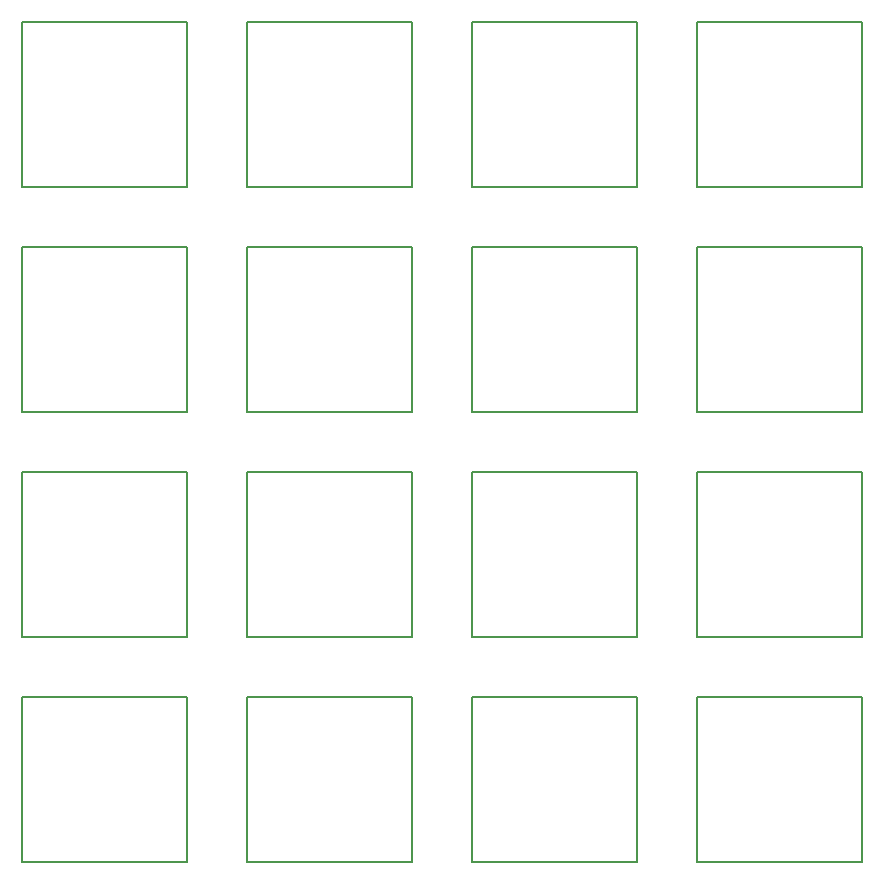
<source format=gbr>
G04 #@! TF.FileFunction,Other,ECO2*
%FSLAX46Y46*%
G04 Gerber Fmt 4.6, Leading zero omitted, Abs format (unit mm)*
G04 Created by KiCad (PCBNEW 4.0.5) date 02/28/17 13:31:52*
%MOMM*%
%LPD*%
G01*
G04 APERTURE LIST*
%ADD10C,0.100000*%
%ADD11C,0.152400*%
G04 APERTURE END LIST*
D10*
D11*
X54068750Y-50258750D02*
X40098750Y-50258750D01*
X40098750Y-50258750D02*
X40098750Y-36288750D01*
X40098750Y-36288750D02*
X54068750Y-36288750D01*
X54068750Y-36288750D02*
X54068750Y-50258750D01*
X54068750Y-69308750D02*
X40098750Y-69308750D01*
X40098750Y-69308750D02*
X40098750Y-55338750D01*
X40098750Y-55338750D02*
X54068750Y-55338750D01*
X54068750Y-55338750D02*
X54068750Y-69308750D01*
X54068750Y-88358750D02*
X40098750Y-88358750D01*
X40098750Y-88358750D02*
X40098750Y-74388750D01*
X40098750Y-74388750D02*
X54068750Y-74388750D01*
X54068750Y-74388750D02*
X54068750Y-88358750D01*
X54068750Y-107408750D02*
X40098750Y-107408750D01*
X40098750Y-107408750D02*
X40098750Y-93438750D01*
X40098750Y-93438750D02*
X54068750Y-93438750D01*
X54068750Y-93438750D02*
X54068750Y-107408750D01*
X73118750Y-50258750D02*
X59148750Y-50258750D01*
X59148750Y-50258750D02*
X59148750Y-36288750D01*
X59148750Y-36288750D02*
X73118750Y-36288750D01*
X73118750Y-36288750D02*
X73118750Y-50258750D01*
X73118750Y-69308750D02*
X59148750Y-69308750D01*
X59148750Y-69308750D02*
X59148750Y-55338750D01*
X59148750Y-55338750D02*
X73118750Y-55338750D01*
X73118750Y-55338750D02*
X73118750Y-69308750D01*
X73118750Y-88358750D02*
X59148750Y-88358750D01*
X59148750Y-88358750D02*
X59148750Y-74388750D01*
X59148750Y-74388750D02*
X73118750Y-74388750D01*
X73118750Y-74388750D02*
X73118750Y-88358750D01*
X73118750Y-107408750D02*
X59148750Y-107408750D01*
X59148750Y-107408750D02*
X59148750Y-93438750D01*
X59148750Y-93438750D02*
X73118750Y-93438750D01*
X73118750Y-93438750D02*
X73118750Y-107408750D01*
X92168750Y-50258750D02*
X78198750Y-50258750D01*
X78198750Y-50258750D02*
X78198750Y-36288750D01*
X78198750Y-36288750D02*
X92168750Y-36288750D01*
X92168750Y-36288750D02*
X92168750Y-50258750D01*
X92168750Y-69308750D02*
X78198750Y-69308750D01*
X78198750Y-69308750D02*
X78198750Y-55338750D01*
X78198750Y-55338750D02*
X92168750Y-55338750D01*
X92168750Y-55338750D02*
X92168750Y-69308750D01*
X92168750Y-88358750D02*
X78198750Y-88358750D01*
X78198750Y-88358750D02*
X78198750Y-74388750D01*
X78198750Y-74388750D02*
X92168750Y-74388750D01*
X92168750Y-74388750D02*
X92168750Y-88358750D01*
X92168750Y-107408750D02*
X78198750Y-107408750D01*
X78198750Y-107408750D02*
X78198750Y-93438750D01*
X78198750Y-93438750D02*
X92168750Y-93438750D01*
X92168750Y-93438750D02*
X92168750Y-107408750D01*
X111218750Y-50258750D02*
X97248750Y-50258750D01*
X97248750Y-50258750D02*
X97248750Y-36288750D01*
X97248750Y-36288750D02*
X111218750Y-36288750D01*
X111218750Y-36288750D02*
X111218750Y-50258750D01*
X111218750Y-69308750D02*
X97248750Y-69308750D01*
X97248750Y-69308750D02*
X97248750Y-55338750D01*
X97248750Y-55338750D02*
X111218750Y-55338750D01*
X111218750Y-55338750D02*
X111218750Y-69308750D01*
X111218750Y-88358750D02*
X97248750Y-88358750D01*
X97248750Y-88358750D02*
X97248750Y-74388750D01*
X97248750Y-74388750D02*
X111218750Y-74388750D01*
X111218750Y-74388750D02*
X111218750Y-88358750D01*
X111218750Y-107408750D02*
X97248750Y-107408750D01*
X97248750Y-107408750D02*
X97248750Y-93438750D01*
X97248750Y-93438750D02*
X111218750Y-93438750D01*
X111218750Y-93438750D02*
X111218750Y-107408750D01*
M02*

</source>
